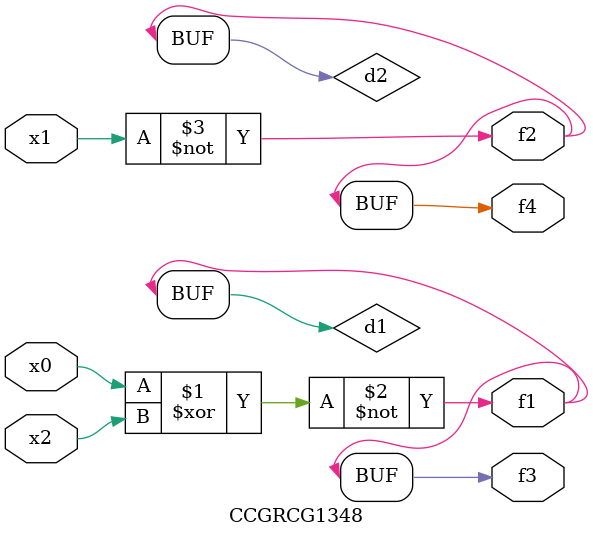
<source format=v>
module CCGRCG1348(
	input x0, x1, x2,
	output f1, f2, f3, f4
);

	wire d1, d2, d3;

	xnor (d1, x0, x2);
	nand (d2, x1);
	nor (d3, x1, x2);
	assign f1 = d1;
	assign f2 = d2;
	assign f3 = d1;
	assign f4 = d2;
endmodule

</source>
